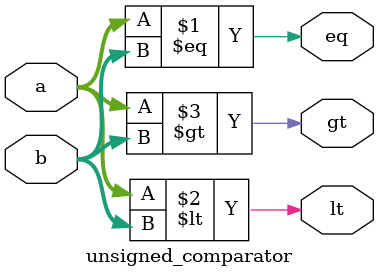
<source format=v>
module unsigned_comparator #(parameter DATA_WIDTH = 8) (
    input wire [DATA_WIDTH-1:0] a,
    input wire [DATA_WIDTH-1:0] b,
    output wire lt,
    output wire eq,
    output wire gt
);
    assign eq = (a == b);
    assign lt = (a < b);
    assign gt = (a > b);
endmodule

</source>
